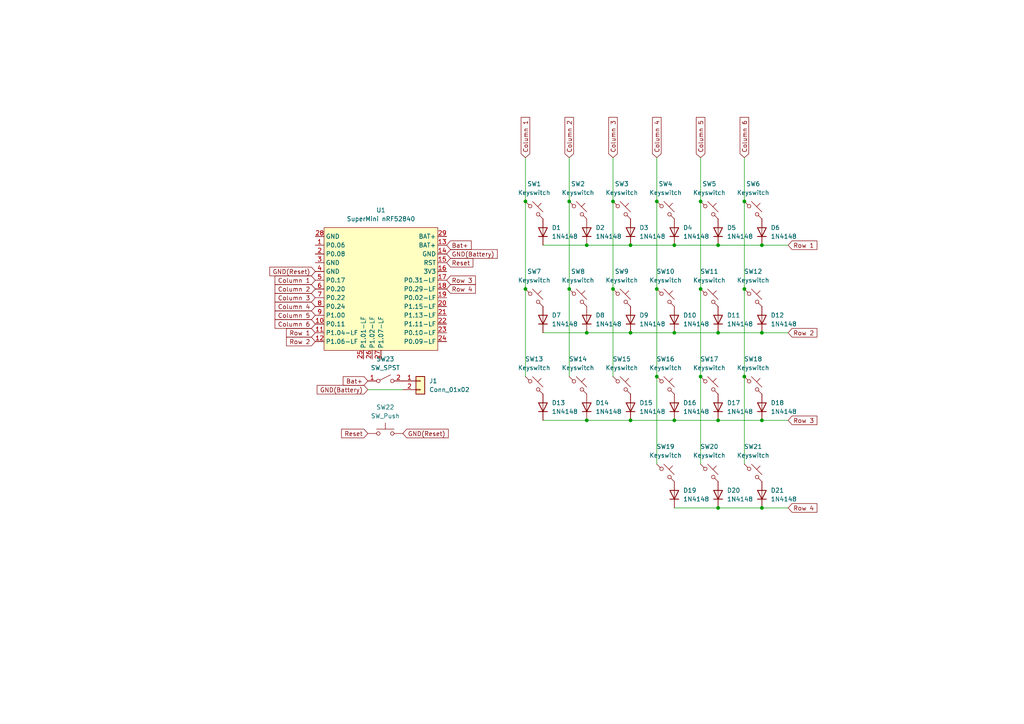
<source format=kicad_sch>
(kicad_sch (version 20250114) (generator "eeschema") (generator_version "9.0")
  (paper "A4")
  (lib_symbols
    (symbol "Connector_Generic:Conn_01x02" (pin_names (offset 1.016) (hide yes))
      (property "Reference" "J" (at 0 2.54 0))
      (property "Value" "Conn_01x02" (at 0 -5.08 0))
      (symbol "Conn_01x02_1_1"
        (rectangle (start -1.27 1.27) (end 1.27 -3.81) (stroke (width 0.254)) (fill (type background)))
        (rectangle (start -1.27 0.127) (end 0 -0.127) (stroke (width 0.1524)))
        (rectangle (start -1.27 -2.413) (end 0 -2.667) (stroke (width 0.1524)))
        (pin passive line (at -5.08 0 0) (length 3.81) (name "Pin_1") (number "1"))
        (pin passive line (at -5.08 -2.54 0) (length 3.81) (name "Pin_2") (number "2"))
      )
    )
    (symbol "Diode:1N4148" (pin_numbers (hide yes)) (pin_names (hide yes))
      (property "Reference" "D" (at 0 2.54 0))
      (property "Value" "1N4148" (at 0 -2.54 0))
      (symbol "1N4148_0_1"
        (polyline (pts (xy -1.27 1.27) (xy -1.27 -1.27)) (stroke (width 0.254)))
        (polyline (pts (xy 1.27 1.27) (xy 1.27 -1.27) (xy -1.27 0) (xy 1.27 1.27)) (stroke (width 0.254)))
        (polyline (pts (xy 1.27 0) (xy -1.27 0)))
      )
      (symbol "1N4148_1_1"
        (pin passive line (at -3.81 0 0) (length 2.54) (name "K") (number "1"))
        (pin passive line (at 3.81 0 180) (length 2.54) (name "A") (number "2"))
      )
    )
    (symbol "Switch:SW_Push" (pin_numbers (hide yes)) (pin_names (offset 1.016) (hide yes))
      (property "Reference" "SW" (at 1.27 2.54 0))
      (property "Value" "SW_Push" (at 0 -1.524 0))
      (symbol "SW_Push_0_1"
        (circle (center -2.032 0) (radius 0.508))
        (polyline (pts (xy 0 1.27) (xy 0 3.048)))
        (circle (center 2.032 0) (radius 0.508))
        (polyline (pts (xy 2.54 1.27) (xy -2.54 1.27)))
        (pin passive line (at -5.08 0 0) (length 2.54) (name "1") (number "1"))
        (pin passive line (at 5.08 0 180) (length 2.54) (name "2") (number "2"))
      )
    )
    (symbol "Switch:SW_Push_45deg" (pin_numbers (hide yes)) (pin_names (offset 1.016) (hide yes))
      (property "Reference" "SW" (at 3.048 1.016 0))
      (property "Value" "SW_Push_45deg" (at 0 -3.81 0))
      (symbol "SW_Push_45deg_0_1"
        (polyline (pts (xy -2.54 2.54) (xy -1.524 1.524) (xy -1.524 1.524)))
        (circle (center -1.1684 1.1684) (radius 0.508))
        (polyline (pts (xy -0.508 2.54) (xy 2.54 -0.508)))
        (polyline (pts (xy 1.016 1.016) (xy 2.032 2.032)))
        (circle (center 1.143 -1.1938) (radius 0.508))
        (polyline (pts (xy 1.524 -1.524) (xy 2.54 -2.54) (xy 2.54 -2.54) (xy 2.54 -2.54)))
        (pin passive line (at -2.54 2.54 0) (length 0) (name "1") (number "1"))
        (pin passive line (at 2.54 -2.54 180) (length 0) (name "2") (number "2"))
      )
    )
    (symbol "Switch:SW_SPST" (pin_names (offset 0) (hide yes))
      (property "Reference" "SW" (at 0 3.175 0))
      (property "Value" "SW_SPST" (at 0 -2.54 0))
      (symbol "SW_SPST_0_0"
        (circle (center -2.032 0) (radius 0.508))
        (polyline (pts (xy -1.524 0.254) (xy 1.524 1.778)))
        (circle (center 2.032 0) (radius 0.508))
      )
      (symbol "SW_SPST_1_1"
        (pin passive line (at -5.08 0 0) (length 2.54) (name "A") (number "1"))
        (pin passive line (at 5.08 0 180) (length 2.54) (name "B") (number "2"))
      )
    )
    (symbol "supermini:SuperMini_nRF52840" (in_bom no)
      (property "Reference" "U" (at 0 22.86 0))
      (property "Value" "SuperMini nRF52840" (at 0 20.32 0))
      (symbol "SuperMini_nRF52840_0_0"
        (pin bidirectional line (at -19.05 13.97 0) (length 2.54) (name "P0.06") (number "1"))
        (pin bidirectional line (at -19.05 11.43 0) (length 2.54) (name "P0.08") (number "2"))
        (pin power_out line (at -19.05 8.89 0) (length 2.54) (name "GND") (number "3"))
        (pin power_out line (at -19.05 6.35 0) (length 2.54) (name "GND") (number "4"))
        (pin bidirectional line (at -19.05 3.81 0) (length 2.54) (name "P0.17") (number "5"))
        (pin bidirectional line (at -19.05 1.27 0) (length 2.54) (name "P0.20") (number "6"))
        (pin bidirectional line (at -19.05 -1.27 0) (length 2.54) (name "P0.22") (number "7"))
        (pin bidirectional line (at -19.05 -3.81 0) (length 2.54) (name "P0.24") (number "8"))
        (pin bidirectional line (at -19.05 -6.35 0) (length 2.54) (name "P1.00") (number "9"))
        (pin bidirectional line (at -19.05 -8.89 0) (length 2.54) (name "P0.11") (number "10"))
        (pin bidirectional line (at -19.05 -11.43 0) (length 2.54) (name "P1.04-LF") (number "11"))
        (pin bidirectional line (at -19.05 -13.97 0) (length 2.54) (name "P1.06-LF") (number "12"))
        (pin power_out line (at 19.05 11.43 180) (length 2.54) (name "GND") (number "14"))
        (pin bidirectional line (at 19.05 8.89 180) (length 2.54) (name "RST") (number "15"))
        (pin bidirectional line (at 19.05 3.81 180) (length 2.54) (name "P0.31-LF") (number "17"))
        (pin bidirectional line (at 19.05 1.27 180) (length 2.54) (name "P0.29-LF") (number "18"))
        (pin bidirectional line (at 19.05 -1.27 180) (length 2.54) (name "P0.02-LF") (number "19"))
        (pin bidirectional line (at 19.05 -3.81 180) (length 2.54) (name "P1.15-LF") (number "20"))
        (pin bidirectional line (at 19.05 -6.35 180) (length 2.54) (name "P1.13-LF") (number "21"))
        (pin bidirectional line (at 19.05 -8.89 180) (length 2.54) (name "P1.11-LF") (number "22"))
        (pin bidirectional line (at 19.05 -13.97 180) (length 2.54) (name "P0.09-LF") (number "24"))
      )
      (symbol "SuperMini_nRF52840_1_0"
        (pin power_out line (at -19.05 16.51 0) (length 2.54) (name "GND") (number "28"))
        (pin bidirectional line (at -5.08 -19.05 90) (length 2.54) (name "P1.01-LF") (number "25"))
        (pin bidirectional line (at -2.54 -19.05 90) (length 2.54) (name "P1.02-LF") (number "26"))
        (pin bidirectional line (at 0 -19.05 90) (length 2.54) (name "P1.07-LF") (number "27"))
        (pin power_out line (at 19.05 16.51 180) (length 2.54) (name "BAT+") (number "29"))
        (pin power_out line (at 19.05 13.97 180) (length 2.54) (name "BAT+") (number "13"))
        (pin power_out line (at 19.05 6.35 180) (length 2.54) (name "3V3") (number "16"))
        (pin bidirectional line (at 19.05 -11.43 180) (length 2.54) (name "P0.10-LF") (number "23"))
      )
      (symbol "SuperMini_nRF52840_1_1"
        (rectangle (start -16.51 19.05) (end 16.51 -16.51) (fill (type background)))
      )
    )
  )
  (junction (at 220.98 71.12))
  (junction (at 165.1 58.42))
  (junction (at 190.5 58.42))
  (junction (at 170.18 121.92))
  (junction (at 152.4 58.42))
  (junction (at 220.98 121.92))
  (junction (at 177.8 83.82))
  (junction (at 152.4 83.82))
  (junction (at 182.88 71.12))
  (junction (at 182.88 96.52))
  (junction (at 165.1 83.82))
  (junction (at 170.18 96.52))
  (junction (at 208.28 147.32))
  (junction (at 215.9 109.22))
  (junction (at 190.5 109.22))
  (junction (at 182.88 121.92))
  (junction (at 170.18 71.12))
  (junction (at 208.28 96.52))
  (junction (at 208.28 121.92))
  (junction (at 203.2 83.82))
  (junction (at 177.8 58.42))
  (junction (at 195.58 121.92))
  (junction (at 220.98 96.52))
  (junction (at 195.58 96.52))
  (junction (at 220.98 147.32))
  (junction (at 190.5 83.82))
  (junction (at 203.2 109.22))
  (junction (at 215.9 83.82))
  (junction (at 195.58 71.12))
  (junction (at 215.9 58.42))
  (junction (at 208.28 71.12))
  (junction (at 203.2 58.42))
  (wire (pts (xy 177.8 58.42) (xy 177.8 83.82)))
  (wire (pts (xy 203.2 58.42) (xy 203.2 83.82)))
  (wire (pts (xy 190.5 45.72) (xy 190.5 58.42)))
  (wire (pts (xy 170.18 121.92) (xy 182.88 121.92)))
  (wire (pts (xy 182.88 121.92) (xy 195.58 121.92)))
  (wire (pts (xy 203.2 109.22) (xy 203.2 134.62)))
  (wire (pts (xy 165.1 58.42) (xy 165.1 83.82)))
  (wire (pts (xy 190.5 58.42) (xy 190.5 83.82)))
  (wire (pts (xy 195.58 71.12) (xy 208.28 71.12)))
  (wire (pts (xy 208.28 147.32) (xy 220.98 147.32)))
  (wire (pts (xy 152.4 83.82) (xy 152.4 109.22)))
  (wire (pts (xy 190.5 109.22) (xy 190.5 134.62)))
  (wire (pts (xy 220.98 147.32) (xy 228.6 147.32)))
  (wire (pts (xy 170.18 71.12) (xy 182.88 71.12)))
  (wire (pts (xy 190.5 83.82) (xy 190.5 109.22)))
  (wire (pts (xy 208.28 96.52) (xy 220.98 96.52)))
  (wire (pts (xy 182.88 71.12) (xy 195.58 71.12)))
  (wire (pts (xy 220.98 121.92) (xy 228.6 121.92)))
  (wire (pts (xy 177.8 45.72) (xy 177.8 58.42)))
  (wire (pts (xy 215.9 45.72) (xy 215.9 58.42)))
  (wire (pts (xy 203.2 45.72) (xy 203.2 58.42)))
  (wire (pts (xy 165.1 45.72) (xy 165.1 58.42)))
  (wire (pts (xy 203.2 83.82) (xy 203.2 109.22)))
  (wire (pts (xy 152.4 45.72) (xy 152.4 58.42)))
  (wire (pts (xy 182.88 96.52) (xy 195.58 96.52)))
  (wire (pts (xy 165.1 83.82) (xy 165.1 109.22)))
  (wire (pts (xy 215.9 83.82) (xy 215.9 109.22)))
  (wire (pts (xy 152.4 58.42) (xy 152.4 83.82)))
  (wire (pts (xy 220.98 96.52) (xy 228.6 96.52)))
  (wire (pts (xy 215.9 58.42) (xy 215.9 83.82)))
  (wire (pts (xy 157.48 121.92) (xy 170.18 121.92)))
  (wire (pts (xy 170.18 96.52) (xy 182.88 96.52)))
  (wire (pts (xy 195.58 121.92) (xy 208.28 121.92)))
  (wire (pts (xy 220.98 71.12) (xy 228.6 71.12)))
  (wire (pts (xy 195.58 147.32) (xy 208.28 147.32)))
  (wire (pts (xy 157.48 71.12) (xy 170.18 71.12)))
  (wire (pts (xy 106.68 113.03) (xy 116.84 113.03)))
  (wire (pts (xy 215.9 109.22) (xy 215.9 134.62)))
  (wire (pts (xy 208.28 121.92) (xy 220.98 121.92)))
  (wire (pts (xy 195.58 96.52) (xy 208.28 96.52)))
  (wire (pts (xy 177.8 83.82) (xy 177.8 109.22)))
  (wire (pts (xy 157.48 96.52) (xy 170.18 96.52)))
  (wire (pts (xy 208.28 71.12) (xy 220.98 71.12)))
  (global_label "Bat+" (shape input) (at 106.68 110.49 180) (property "Intersheetrefs" "${INTERSHEET_REFS}" (effects (hide yes))))
  (global_label "Column 3" (shape input) (at 91.44 86.36 180) (property "Intersheetrefs" "${INTERSHEET_REFS}" (effects (hide yes))))
  (global_label "Column 6" (shape input) (at 215.9 45.72 90) (property "Intersheetrefs" "${INTERSHEET_REFS}" (effects (hide yes))))
  (global_label "Reset" (shape input) (at 129.54 76.2 0) (property "Intersheetrefs" "${INTERSHEET_REFS}" (effects (hide yes))))
  (global_label "Column 3" (shape input) (at 177.8 45.72 90) (property "Intersheetrefs" "${INTERSHEET_REFS}" (effects (hide yes))))
  (global_label "Column 1" (shape input) (at 91.44 81.28 180) (property "Intersheetrefs" "${INTERSHEET_REFS}" (effects (hide yes))))
  (global_label "Row 3" (shape input) (at 129.54 81.28 0) (property "Intersheetrefs" "${INTERSHEET_REFS}" (effects (hide yes))))
  (global_label "Reset" (shape input) (at 106.68 125.73 180) (property "Intersheetrefs" "${INTERSHEET_REFS}" (effects (hide yes))))
  (global_label "Column 5" (shape input) (at 91.44 91.44 180) (property "Intersheetrefs" "${INTERSHEET_REFS}" (effects (hide yes))))
  (global_label "Row 1" (shape input) (at 91.44 96.52 180) (property "Intersheetrefs" "${INTERSHEET_REFS}" (effects (hide yes))))
  (global_label "GND(Reset)" (shape input) (at 91.44 78.74 180) (property "Intersheetrefs" "${INTERSHEET_REFS}" (effects (hide yes))))
  (global_label "Row 2" (shape input) (at 91.44 99.06 180) (property "Intersheetrefs" "${INTERSHEET_REFS}" (effects (hide yes))))
  (global_label "GND(Battery)" (shape input) (at 129.54 73.66 0) (property "Intersheetrefs" "${INTERSHEET_REFS}" (effects (hide yes))))
  (global_label "Row 4" (shape input) (at 129.54 83.82 0) (property "Intersheetrefs" "${INTERSHEET_REFS}" (effects (hide yes))))
  (global_label "Row 4" (shape input) (at 228.6 147.32 0) (property "Intersheetrefs" "${INTERSHEET_REFS}" (effects (hide yes))))
  (global_label "Row 3" (shape input) (at 228.6 121.92 0) (property "Intersheetrefs" "${INTERSHEET_REFS}" (effects (hide yes))))
  (global_label "Row 1" (shape input) (at 228.6 71.12 0) (property "Intersheetrefs" "${INTERSHEET_REFS}" (effects (hide yes))))
  (global_label "Row 2" (shape input) (at 228.6 96.52 0) (property "Intersheetrefs" "${INTERSHEET_REFS}" (effects (hide yes))))
  (global_label "Column 6" (shape input) (at 91.44 93.98 180) (property "Intersheetrefs" "${INTERSHEET_REFS}" (effects (hide yes))))
  (global_label "Column 5" (shape input) (at 203.2 45.72 90) (property "Intersheetrefs" "${INTERSHEET_REFS}" (effects (hide yes))))
  (global_label "Column 2" (shape input) (at 91.44 83.82 180) (property "Intersheetrefs" "${INTERSHEET_REFS}" (effects (hide yes))))
  (global_label "Column 4" (shape input) (at 91.44 88.9 180) (property "Intersheetrefs" "${INTERSHEET_REFS}" (effects (hide yes))))
  (global_label "Column 2" (shape input) (at 165.1 45.72 90) (property "Intersheetrefs" "${INTERSHEET_REFS}" (effects (hide yes))))
  (global_label "GND(Reset)" (shape input) (at 116.84 125.73 0) (property "Intersheetrefs" "${INTERSHEET_REFS}" (effects (hide yes))))
  (global_label "GND(Battery)" (shape input) (at 106.68 113.03 180) (property "Intersheetrefs" "${INTERSHEET_REFS}" (effects (hide yes))))
  (global_label "Column 1" (shape input) (at 152.4 45.72 90) (property "Intersheetrefs" "${INTERSHEET_REFS}" (effects (hide yes))))
  (global_label "Bat+" (shape input) (at 129.54 71.12 0) (property "Intersheetrefs" "${INTERSHEET_REFS}" (effects (hide yes))))
  (global_label "Column 4" (shape input) (at 190.5 45.72 90) (property "Intersheetrefs" "${INTERSHEET_REFS}" (effects (hide yes))))
  (symbol (lib_id "Switch:SW_Push_45deg") (at 167.64 60.96 0) (unit 1)
    (property "Reference" "SW2" (at 167.64 53.34 0))
    (property "Value" "Keyswitch" (at 167.64 55.88 0))
    (property "Footprint" "ScottoKeebs_Hotswap:Hotswap_Choc_V1_1.00u" (effects (hide yes)))
    (property "Description" "Push button switch, normally open, two pins, 45° tilted" (effects (hide yes)))
  )
  (symbol (lib_id "Diode:1N4148") (at 220.98 143.51 90) (unit 1)
    (property "Reference" "D21" (at 223.52 142.2399 90) (effects (justify right)))
    (property "Value" "1N4148" (at 223.52 144.7799 90) (effects (justify right)))
    (property "Footprint" "ScottoKeebs_Components:Diode_DO-35" (effects (hide yes)))
    (property "Datasheet" "https://assets.nexperia.com/documents/data-sheet/1N4148_1N4448.pdf" (effects (hide yes)))
    (property "Description" "100V 0.15A standard switching diode, DO-35" (effects (hide yes)))
    (property "Sim.Device" "D" (effects (hide yes)))
    (property "Sim.Pins" "1=K 2=A" (effects (hide yes)))
  )
  (symbol (lib_id "Switch:SW_Push_45deg") (at 154.94 60.96 0) (unit 1)
    (property "Reference" "SW1" (at 154.94 53.34 0))
    (property "Value" "Keyswitch" (at 154.94 55.88 0))
    (property "Footprint" "ScottoKeebs_Hotswap:Hotswap_Choc_V1_1.00u" (effects (hide yes)))
    (property "Description" "Push button switch, normally open, two pins, 45° tilted" (effects (hide yes)))
  )
  (symbol (lib_id "Switch:SW_SPST") (at 111.76 110.49 0) (unit 1)
    (property "Reference" "SW23" (at 111.76 104.14 0))
    (property "Value" "SW_SPST" (at 111.76 106.68 0))
    (property "Footprint" "ScottoKeebs_Components:Switch_MSK12C02" (effects (hide yes)))
    (property "Description" "Single Pole Single Throw (SPST) switch" (effects (hide yes)))
  )
  (symbol (lib_id "Diode:1N4148") (at 182.88 118.11 90) (unit 1)
    (property "Reference" "D15" (at 185.42 116.8399 90) (effects (justify right)))
    (property "Value" "1N4148" (at 185.42 119.3799 90) (effects (justify right)))
    (property "Footprint" "ScottoKeebs_Components:Diode_DO-35" (effects (hide yes)))
    (property "Datasheet" "https://assets.nexperia.com/documents/data-sheet/1N4148_1N4448.pdf" (effects (hide yes)))
    (property "Description" "100V 0.15A standard switching diode, DO-35" (effects (hide yes)))
    (property "Sim.Device" "D" (effects (hide yes)))
    (property "Sim.Pins" "1=K 2=A" (effects (hide yes)))
  )
  (symbol (lib_id "Switch:SW_Push_45deg") (at 180.34 111.76 0) (unit 1)
    (property "Reference" "SW15" (at 180.34 104.14 0))
    (property "Value" "Keyswitch" (at 180.34 106.68 0))
    (property "Footprint" "ScottoKeebs_Hotswap:Hotswap_Choc_V1_1.00u" (effects (hide yes)))
    (property "Description" "Push button switch, normally open, two pins, 45° tilted" (effects (hide yes)))
  )
  (symbol (lib_id "Diode:1N4148") (at 195.58 118.11 90) (unit 1)
    (property "Reference" "D16" (at 198.12 116.8399 90) (effects (justify right)))
    (property "Value" "1N4148" (at 198.12 119.3799 90) (effects (justify right)))
    (property "Footprint" "ScottoKeebs_Components:Diode_DO-35" (effects (hide yes)))
    (property "Datasheet" "https://assets.nexperia.com/documents/data-sheet/1N4148_1N4448.pdf" (effects (hide yes)))
    (property "Description" "100V 0.15A standard switching diode, DO-35" (effects (hide yes)))
    (property "Sim.Device" "D" (effects (hide yes)))
    (property "Sim.Pins" "1=K 2=A" (effects (hide yes)))
  )
  (symbol (lib_id "Switch:SW_Push_45deg") (at 205.74 86.36 0) (unit 1)
    (property "Reference" "SW11" (at 205.74 78.74 0))
    (property "Value" "Keyswitch" (at 205.74 81.28 0))
    (property "Footprint" "ScottoKeebs_Hotswap:Hotswap_Choc_V1_1.00u" (effects (hide yes)))
    (property "Description" "Push button switch, normally open, two pins, 45° tilted" (effects (hide yes)))
  )
  (symbol (lib_id "Diode:1N4148") (at 157.48 67.31 90) (unit 1)
    (property "Reference" "D1" (at 160.02 66.0399 90) (effects (justify right)))
    (property "Value" "1N4148" (at 160.02 68.5799 90) (effects (justify right)))
    (property "Footprint" "ScottoKeebs_Components:Diode_DO-35" (effects (hide yes)))
    (property "Datasheet" "https://assets.nexperia.com/documents/data-sheet/1N4148_1N4448.pdf" (effects (hide yes)))
    (property "Description" "100V 0.15A standard switching diode, DO-35" (effects (hide yes)))
    (property "Sim.Device" "D" (effects (hide yes)))
    (property "Sim.Pins" "1=K 2=A" (effects (hide yes)))
  )
  (symbol (lib_id "Switch:SW_Push_45deg") (at 193.04 137.16 0) (unit 1)
    (property "Reference" "SW19" (at 193.04 129.54 0))
    (property "Value" "Keyswitch" (at 193.04 132.08 0))
    (property "Footprint" "ScottoKeebs_Hotswap:Hotswap_Choc_V1_1.00u" (effects (hide yes)))
    (property "Description" "Push button switch, normally open, two pins, 45° tilted" (effects (hide yes)))
  )
  (symbol (lib_id "Diode:1N4148") (at 170.18 67.31 90) (unit 1)
    (property "Reference" "D2" (at 172.72 66.0399 90) (effects (justify right)))
    (property "Value" "1N4148" (at 172.72 68.5799 90) (effects (justify right)))
    (property "Footprint" "ScottoKeebs_Components:Diode_DO-35" (effects (hide yes)))
    (property "Datasheet" "https://assets.nexperia.com/documents/data-sheet/1N4148_1N4448.pdf" (effects (hide yes)))
    (property "Description" "100V 0.15A standard switching diode, DO-35" (effects (hide yes)))
    (property "Sim.Device" "D" (effects (hide yes)))
    (property "Sim.Pins" "1=K 2=A" (effects (hide yes)))
  )
  (symbol (lib_id "Connector_Generic:Conn_01x02") (at 121.92 110.49 0) (unit 1)
    (property "Reference" "J1" (at 124.46 110.4899 0) (effects (justify left)))
    (property "Value" "Conn_01x02" (at 124.46 113.0299 0) (effects (justify left)))
    (property "Footprint" "Connector_JST:JST_PH_S2B-PH-K_1x02_P2.00mm_Horizontal" (effects (hide yes)))
    (property "Description" "Generic connector, single row, 01x02, script generated (kicad-library-utils/schlib/autogen/connector/)" (effects (hide yes)))
  )
  (symbol (lib_id "Diode:1N4148") (at 195.58 67.31 90) (unit 1)
    (property "Reference" "D4" (at 198.12 66.0399 90) (effects (justify right)))
    (property "Value" "1N4148" (at 198.12 68.5799 90) (effects (justify right)))
    (property "Footprint" "ScottoKeebs_Components:Diode_DO-35" (effects (hide yes)))
    (property "Datasheet" "https://assets.nexperia.com/documents/data-sheet/1N4148_1N4448.pdf" (effects (hide yes)))
    (property "Description" "100V 0.15A standard switching diode, DO-35" (effects (hide yes)))
    (property "Sim.Device" "D" (effects (hide yes)))
    (property "Sim.Pins" "1=K 2=A" (effects (hide yes)))
  )
  (symbol (lib_id "Switch:SW_Push_45deg") (at 167.64 111.76 0) (unit 1)
    (property "Reference" "SW14" (at 167.64 104.14 0))
    (property "Value" "Keyswitch" (at 167.64 106.68 0))
    (property "Footprint" "ScottoKeebs_Hotswap:Hotswap_Choc_V1_1.00u" (effects (hide yes)))
    (property "Description" "Push button switch, normally open, two pins, 45° tilted" (effects (hide yes)))
  )
  (symbol (lib_id "Diode:1N4148") (at 157.48 92.71 90) (unit 1)
    (property "Reference" "D7" (at 160.02 91.4399 90) (effects (justify right)))
    (property "Value" "1N4148" (at 160.02 93.9799 90) (effects (justify right)))
    (property "Footprint" "ScottoKeebs_Components:Diode_DO-35" (effects (hide yes)))
    (property "Datasheet" "https://assets.nexperia.com/documents/data-sheet/1N4148_1N4448.pdf" (effects (hide yes)))
    (property "Description" "100V 0.15A standard switching diode, DO-35" (effects (hide yes)))
    (property "Sim.Device" "D" (effects (hide yes)))
    (property "Sim.Pins" "1=K 2=A" (effects (hide yes)))
  )
  (symbol (lib_id "Switch:SW_Push_45deg") (at 218.44 60.96 0) (unit 1)
    (property "Reference" "SW6" (at 218.44 53.34 0))
    (property "Value" "Keyswitch" (at 218.44 55.88 0))
    (property "Footprint" "ScottoKeebs_Hotswap:Hotswap_Choc_V1_1.00u" (effects (hide yes)))
    (property "Description" "Push button switch, normally open, two pins, 45° tilted" (effects (hide yes)))
  )
  (symbol (lib_id "Switch:SW_Push_45deg") (at 193.04 86.36 0) (unit 1)
    (property "Reference" "SW10" (at 193.04 78.74 0))
    (property "Value" "Keyswitch" (at 193.04 81.28 0))
    (property "Footprint" "ScottoKeebs_Hotswap:Hotswap_Choc_V1_1.00u" (effects (hide yes)))
    (property "Description" "Push button switch, normally open, two pins, 45° tilted" (effects (hide yes)))
  )
  (symbol (lib_id "Diode:1N4148") (at 220.98 118.11 90) (unit 1)
    (property "Reference" "D18" (at 223.52 116.8399 90) (effects (justify right)))
    (property "Value" "1N4148" (at 223.52 119.3799 90) (effects (justify right)))
    (property "Footprint" "ScottoKeebs_Components:Diode_DO-35" (effects (hide yes)))
    (property "Datasheet" "https://assets.nexperia.com/documents/data-sheet/1N4148_1N4448.pdf" (effects (hide yes)))
    (property "Description" "100V 0.15A standard switching diode, DO-35" (effects (hide yes)))
    (property "Sim.Device" "D" (effects (hide yes)))
    (property "Sim.Pins" "1=K 2=A" (effects (hide yes)))
  )
  (symbol (lib_id "Switch:SW_Push_45deg") (at 205.74 111.76 0) (unit 1)
    (property "Reference" "SW17" (at 205.74 104.14 0))
    (property "Value" "Keyswitch" (at 205.74 106.68 0))
    (property "Footprint" "ScottoKeebs_Hotswap:Hotswap_Choc_V1_1.00u" (effects (hide yes)))
    (property "Description" "Push button switch, normally open, two pins, 45° tilted" (effects (hide yes)))
  )
  (symbol (lib_id "Diode:1N4148") (at 220.98 92.71 90) (unit 1)
    (property "Reference" "D12" (at 223.52 91.4399 90) (effects (justify right)))
    (property "Value" "1N4148" (at 223.52 93.9799 90) (effects (justify right)))
    (property "Footprint" "ScottoKeebs_Components:Diode_DO-35" (effects (hide yes)))
    (property "Datasheet" "https://assets.nexperia.com/documents/data-sheet/1N4148_1N4448.pdf" (effects (hide yes)))
    (property "Description" "100V 0.15A standard switching diode, DO-35" (effects (hide yes)))
    (property "Sim.Device" "D" (effects (hide yes)))
    (property "Sim.Pins" "1=K 2=A" (effects (hide yes)))
  )
  (symbol (lib_id "Switch:SW_Push_45deg") (at 154.94 111.76 0) (unit 1)
    (property "Reference" "SW13" (at 154.94 104.14 0))
    (property "Value" "Keyswitch" (at 154.94 106.68 0))
    (property "Footprint" "ScottoKeebs_Hotswap:Hotswap_Choc_V1_1.00u" (effects (hide yes)))
    (property "Description" "Push button switch, normally open, two pins, 45° tilted" (effects (hide yes)))
  )
  (symbol (lib_id "Diode:1N4148") (at 195.58 143.51 90) (unit 1)
    (property "Reference" "D19" (at 198.12 142.2399 90) (effects (justify right)))
    (property "Value" "1N4148" (at 198.12 144.7799 90) (effects (justify right)))
    (property "Footprint" "ScottoKeebs_Components:Diode_DO-35" (effects (hide yes)))
    (property "Datasheet" "https://assets.nexperia.com/documents/data-sheet/1N4148_1N4448.pdf" (effects (hide yes)))
    (property "Description" "100V 0.15A standard switching diode, DO-35" (effects (hide yes)))
    (property "Sim.Device" "D" (effects (hide yes)))
    (property "Sim.Pins" "1=K 2=A" (effects (hide yes)))
  )
  (symbol (lib_id "Diode:1N4148") (at 170.18 92.71 90) (unit 1)
    (property "Reference" "D8" (at 172.72 91.4399 90) (effects (justify right)))
    (property "Value" "1N4148" (at 172.72 93.9799 90) (effects (justify right)))
    (property "Footprint" "ScottoKeebs_Components:Diode_DO-35" (effects (hide yes)))
    (property "Datasheet" "https://assets.nexperia.com/documents/data-sheet/1N4148_1N4448.pdf" (effects (hide yes)))
    (property "Description" "100V 0.15A standard switching diode, DO-35" (effects (hide yes)))
    (property "Sim.Device" "D" (effects (hide yes)))
    (property "Sim.Pins" "1=K 2=A" (effects (hide yes)))
  )
  (symbol (lib_id "supermini:SuperMini_nRF52840") (at 110.49 85.09 0) (unit 1) (in_bom no)
    (property "Reference" "U1" (at 110.49 60.96 0))
    (property "Value" "SuperMini nRF52840" (at 110.49 63.5 0))
    (property "Footprint" "supermini:SuperMini_nRF52840_H_USBup" (effects (hide yes)))
    (property "Datasheet" "https://wiki.icbbuy.com/doku.php?id=developmentboard:nrf52840" (effects (hide yes)))
    (property "Description" "Symbol for an nicekeyboards nice!nano" (effects (hide yes)))
  )
  (symbol (lib_id "Diode:1N4148") (at 208.28 92.71 90) (unit 1)
    (property "Reference" "D11" (at 210.82 91.4399 90) (effects (justify right)))
    (property "Value" "1N4148" (at 210.82 93.9799 90) (effects (justify right)))
    (property "Footprint" "ScottoKeebs_Components:Diode_DO-35" (effects (hide yes)))
    (property "Datasheet" "https://assets.nexperia.com/documents/data-sheet/1N4148_1N4448.pdf" (effects (hide yes)))
    (property "Description" "100V 0.15A standard switching diode, DO-35" (effects (hide yes)))
    (property "Sim.Device" "D" (effects (hide yes)))
    (property "Sim.Pins" "1=K 2=A" (effects (hide yes)))
  )
  (symbol (lib_id "Switch:SW_Push_45deg") (at 180.34 86.36 0) (unit 1)
    (property "Reference" "SW9" (at 180.34 78.74 0))
    (property "Value" "Keyswitch" (at 180.34 81.28 0))
    (property "Footprint" "ScottoKeebs_Hotswap:Hotswap_Choc_V1_1.00u" (effects (hide yes)))
    (property "Description" "Push button switch, normally open, two pins, 45° tilted" (effects (hide yes)))
  )
  (symbol (lib_id "Switch:SW_Push_45deg") (at 205.74 60.96 0) (unit 1)
    (property "Reference" "SW5" (at 205.74 53.34 0))
    (property "Value" "Keyswitch" (at 205.74 55.88 0))
    (property "Footprint" "ScottoKeebs_Hotswap:Hotswap_Choc_V1_1.00u" (effects (hide yes)))
    (property "Description" "Push button switch, normally open, two pins, 45° tilted" (effects (hide yes)))
  )
  (symbol (lib_id "Switch:SW_Push_45deg") (at 218.44 111.76 0) (unit 1)
    (property "Reference" "SW18" (at 218.44 104.14 0))
    (property "Value" "Keyswitch" (at 218.44 106.68 0))
    (property "Footprint" "ScottoKeebs_Hotswap:Hotswap_Choc_V1_1.00u" (effects (hide yes)))
    (property "Description" "Push button switch, normally open, two pins, 45° tilted" (effects (hide yes)))
  )
  (symbol (lib_id "Diode:1N4148") (at 170.18 118.11 90) (unit 1)
    (property "Reference" "D14" (at 172.72 116.8399 90) (effects (justify right)))
    (property "Value" "1N4148" (at 172.72 119.3799 90) (effects (justify right)))
    (property "Footprint" "ScottoKeebs_Components:Diode_DO-35" (effects (hide yes)))
    (property "Datasheet" "https://assets.nexperia.com/documents/data-sheet/1N4148_1N4448.pdf" (effects (hide yes)))
    (property "Description" "100V 0.15A standard switching diode, DO-35" (effects (hide yes)))
    (property "Sim.Device" "D" (effects (hide yes)))
    (property "Sim.Pins" "1=K 2=A" (effects (hide yes)))
  )
  (symbol (lib_id "Switch:SW_Push") (at 111.76 125.73 0) (unit 1)
    (property "Reference" "SW22" (at 111.76 118.11 0))
    (property "Value" "SW_Push" (at 111.76 120.65 0))
    (property "Footprint" "Button_Switch_SMD:Panasonic_EVQPUJ_EVQPUA" (effects (hide yes)))
    (property "Description" "Push button switch, generic, two pins" (effects (hide yes)))
  )
  (symbol (lib_id "Switch:SW_Push_45deg") (at 193.04 111.76 0) (unit 1)
    (property "Reference" "SW16" (at 193.04 104.14 0))
    (property "Value" "Keyswitch" (at 193.04 106.68 0))
    (property "Footprint" "ScottoKeebs_Hotswap:Hotswap_Choc_V1_1.00u" (effects (hide yes)))
    (property "Description" "Push button switch, normally open, two pins, 45° tilted" (effects (hide yes)))
  )
  (symbol (lib_id "Diode:1N4148") (at 208.28 67.31 90) (unit 1)
    (property "Reference" "D5" (at 210.82 66.0399 90) (effects (justify right)))
    (property "Value" "1N4148" (at 210.82 68.5799 90) (effects (justify right)))
    (property "Footprint" "ScottoKeebs_Components:Diode_DO-35" (effects (hide yes)))
    (property "Datasheet" "https://assets.nexperia.com/documents/data-sheet/1N4148_1N4448.pdf" (effects (hide yes)))
    (property "Description" "100V 0.15A standard switching diode, DO-35" (effects (hide yes)))
    (property "Sim.Device" "D" (effects (hide yes)))
    (property "Sim.Pins" "1=K 2=A" (effects (hide yes)))
  )
  (symbol (lib_id "Diode:1N4148") (at 208.28 118.11 90) (unit 1)
    (property "Reference" "D17" (at 210.82 116.8399 90) (effects (justify right)))
    (property "Value" "1N4148" (at 210.82 119.3799 90) (effects (justify right)))
    (property "Footprint" "ScottoKeebs_Components:Diode_DO-35" (effects (hide yes)))
    (property "Datasheet" "https://assets.nexperia.com/documents/data-sheet/1N4148_1N4448.pdf" (effects (hide yes)))
    (property "Description" "100V 0.15A standard switching diode, DO-35" (effects (hide yes)))
    (property "Sim.Device" "D" (effects (hide yes)))
    (property "Sim.Pins" "1=K 2=A" (effects (hide yes)))
  )
  (symbol (lib_id "Switch:SW_Push_45deg") (at 205.74 137.16 0) (unit 1)
    (property "Reference" "SW20" (at 205.74 129.54 0))
    (property "Value" "Keyswitch" (at 205.74 132.08 0))
    (property "Footprint" "ScottoKeebs_Hotswap:Hotswap_Choc_V1_1.00u" (effects (hide yes)))
    (property "Description" "Push button switch, normally open, two pins, 45° tilted" (effects (hide yes)))
  )
  (symbol (lib_id "Switch:SW_Push_45deg") (at 180.34 60.96 0) (unit 1)
    (property "Reference" "SW3" (at 180.34 53.34 0))
    (property "Value" "Keyswitch" (at 180.34 55.88 0))
    (property "Footprint" "ScottoKeebs_Hotswap:Hotswap_Choc_V1_1.00u" (effects (hide yes)))
    (property "Description" "Push button switch, normally open, two pins, 45° tilted" (effects (hide yes)))
  )
  (symbol (lib_id "Diode:1N4148") (at 182.88 67.31 90) (unit 1)
    (property "Reference" "D3" (at 185.42 66.0399 90) (effects (justify right)))
    (property "Value" "1N4148" (at 185.42 68.5799 90) (effects (justify right)))
    (property "Footprint" "ScottoKeebs_Components:Diode_DO-35" (effects (hide yes)))
    (property "Datasheet" "https://assets.nexperia.com/documents/data-sheet/1N4148_1N4448.pdf" (effects (hide yes)))
    (property "Description" "100V 0.15A standard switching diode, DO-35" (effects (hide yes)))
    (property "Sim.Device" "D" (effects (hide yes)))
    (property "Sim.Pins" "1=K 2=A" (effects (hide yes)))
  )
  (symbol (lib_id "Switch:SW_Push_45deg") (at 193.04 60.96 0) (unit 1)
    (property "Reference" "SW4" (at 193.04 53.34 0))
    (property "Value" "Keyswitch" (at 193.04 55.88 0))
    (property "Footprint" "ScottoKeebs_Hotswap:Hotswap_Choc_V1_1.00u" (effects (hide yes)))
    (property "Description" "Push button switch, normally open, two pins, 45° tilted" (effects (hide yes)))
  )
  (symbol (lib_id "Switch:SW_Push_45deg") (at 218.44 86.36 0) (unit 1)
    (property "Reference" "SW12" (at 218.44 78.74 0))
    (property "Value" "Keyswitch" (at 218.44 81.28 0))
    (property "Footprint" "ScottoKeebs_Hotswap:Hotswap_Choc_V1_1.00u" (effects (hide yes)))
    (property "Description" "Push button switch, normally open, two pins, 45° tilted" (effects (hide yes)))
  )
  (symbol (lib_id "Diode:1N4148") (at 220.98 67.31 90) (unit 1)
    (property "Reference" "D6" (at 223.52 66.0399 90) (effects (justify right)))
    (property "Value" "1N4148" (at 223.52 68.5799 90) (effects (justify right)))
    (property "Footprint" "ScottoKeebs_Components:Diode_DO-35" (effects (hide yes)))
    (property "Datasheet" "https://assets.nexperia.com/documents/data-sheet/1N4148_1N4448.pdf" (effects (hide yes)))
    (property "Description" "100V 0.15A standard switching diode, DO-35" (effects (hide yes)))
    (property "Sim.Device" "D" (effects (hide yes)))
    (property "Sim.Pins" "1=K 2=A" (effects (hide yes)))
  )
  (symbol (lib_id "Diode:1N4148") (at 208.28 143.51 90) (unit 1)
    (property "Reference" "D20" (at 210.82 142.2399 90) (effects (justify right)))
    (property "Value" "1N4148" (at 210.82 144.7799 90) (effects (justify right)))
    (property "Footprint" "ScottoKeebs_Components:Diode_DO-35" (effects (hide yes)))
    (property "Datasheet" "https://assets.nexperia.com/documents/data-sheet/1N4148_1N4448.pdf" (effects (hide yes)))
    (property "Description" "100V 0.15A standard switching diode, DO-35" (effects (hide yes)))
    (property "Sim.Device" "D" (effects (hide yes)))
    (property "Sim.Pins" "1=K 2=A" (effects (hide yes)))
  )
  (symbol (lib_id "Switch:SW_Push_45deg") (at 154.94 86.36 0) (unit 1)
    (property "Reference" "SW7" (at 154.94 78.74 0))
    (property "Value" "Keyswitch" (at 154.94 81.28 0))
    (property "Footprint" "ScottoKeebs_Hotswap:Hotswap_Choc_V1_1.00u" (effects (hide yes)))
    (property "Description" "Push button switch, normally open, two pins, 45° tilted" (effects (hide yes)))
  )
  (symbol (lib_id "Diode:1N4148") (at 157.48 118.11 90) (unit 1)
    (property "Reference" "D13" (at 160.02 116.8399 90) (effects (justify right)))
    (property "Value" "1N4148" (at 160.02 119.3799 90) (effects (justify right)))
    (property "Footprint" "ScottoKeebs_Components:Diode_DO-35" (effects (hide yes)))
    (property "Datasheet" "https://assets.nexperia.com/documents/data-sheet/1N4148_1N4448.pdf" (effects (hide yes)))
    (property "Description" "100V 0.15A standard switching diode, DO-35" (effects (hide yes)))
    (property "Sim.Device" "D" (effects (hide yes)))
    (property "Sim.Pins" "1=K 2=A" (effects (hide yes)))
  )
  (symbol (lib_id "Switch:SW_Push_45deg") (at 167.64 86.36 0) (unit 1)
    (property "Reference" "SW8" (at 167.64 78.74 0))
    (property "Value" "Keyswitch" (at 167.64 81.28 0))
    (property "Footprint" "ScottoKeebs_Hotswap:Hotswap_Choc_V1_1.00u" (effects (hide yes)))
    (property "Description" "Push button switch, normally open, two pins, 45° tilted" (effects (hide yes)))
  )
  (symbol (lib_id "Diode:1N4148") (at 182.88 92.71 90) (unit 1)
    (property "Reference" "D9" (at 185.42 91.4399 90) (effects (justify right)))
    (property "Value" "1N4148" (at 185.42 93.9799 90) (effects (justify right)))
    (property "Footprint" "ScottoKeebs_Components:Diode_DO-35" (effects (hide yes)))
    (property "Datasheet" "https://assets.nexperia.com/documents/data-sheet/1N4148_1N4448.pdf" (effects (hide yes)))
    (property "Description" "100V 0.15A standard switching diode, DO-35" (effects (hide yes)))
    (property "Sim.Device" "D" (effects (hide yes)))
    (property "Sim.Pins" "1=K 2=A" (effects (hide yes)))
  )
  (symbol (lib_id "Diode:1N4148") (at 195.58 92.71 90) (unit 1)
    (property "Reference" "D10" (at 198.12 91.4399 90) (effects (justify right)))
    (property "Value" "1N4148" (at 198.12 93.9799 90) (effects (justify right)))
    (property "Footprint" "ScottoKeebs_Components:Diode_DO-35" (effects (hide yes)))
    (property "Datasheet" "https://assets.nexperia.com/documents/data-sheet/1N4148_1N4448.pdf" (effects (hide yes)))
    (property "Description" "100V 0.15A standard switching diode, DO-35" (effects (hide yes)))
    (property "Sim.Device" "D" (effects (hide yes)))
    (property "Sim.Pins" "1=K 2=A" (effects (hide yes)))
  )
  (symbol (lib_id "Switch:SW_Push_45deg") (at 218.44 137.16 0) (unit 1)
    (property "Reference" "SW21" (at 218.44 129.54 0))
    (property "Value" "Keyswitch" (at 218.44 132.08 0))
    (property "Footprint" "ScottoKeebs_Hotswap:Hotswap_Choc_V1_1.50u" (effects (hide yes)))
    (property "Description" "Push button switch, normally open, two pins, 45° tilted" (effects (hide yes)))
  )
)
</source>
